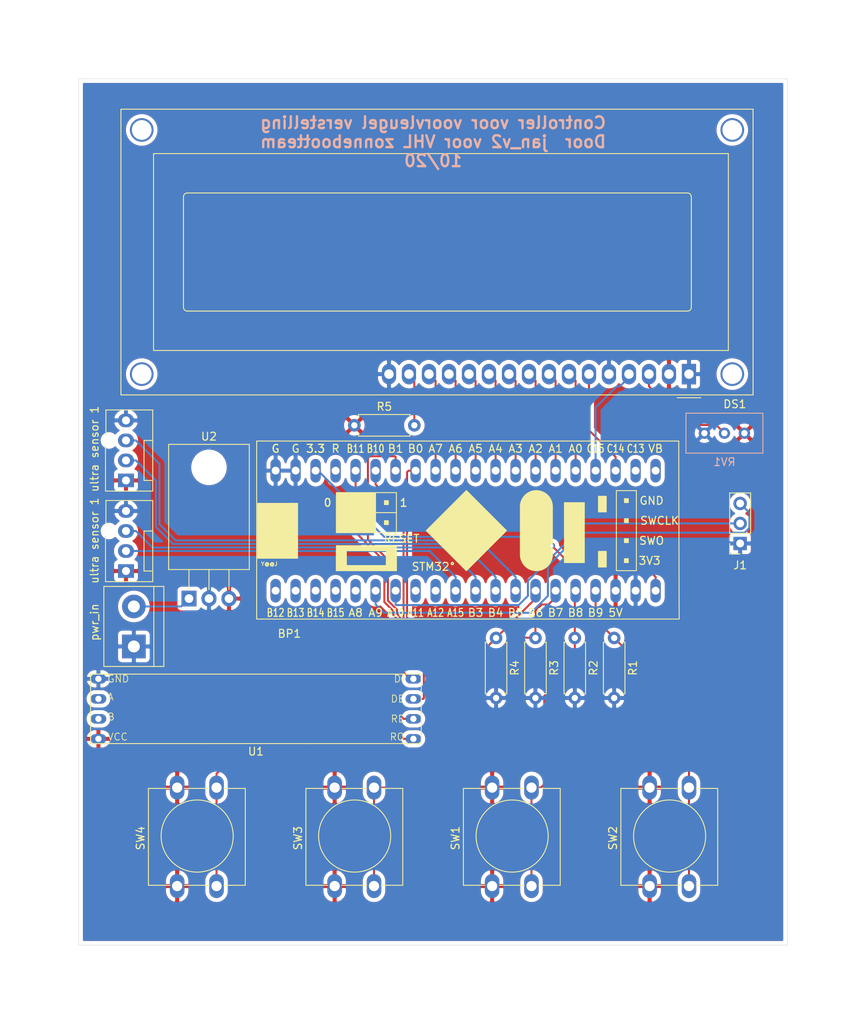
<source format=kicad_pcb>
(kicad_pcb (version 20171130) (host pcbnew 5.1.5+dfsg1-2build2)
  (layers (0 F.Cu signal) (31 B.Cu signal) (34 B.Paste user) (35 F.Paste user) (36 B.SilkS user) (37 F.SilkS user) (38 B.Mask user) (39 F.Mask user) (44 Edge.Cuts user))
  (net 0 "")
  (net 1 GND)
  (net 2 "Net-(BP1-Pad1)")
  (net 3 "Net-(BP1-Pad2)")
  (net 4 +3V3)
  (net 5 "Net-(BP1-Pad3)")
  (net 6 "Net-(BP1-Pad37)")
  (net 7 "Net-(BP1-Pad4)")
  (net 8 "Net-(BP1-Pad36)")
  (net 9 "Net-(BP1-Pad5)")
  (net 10 "Net-(BP1-Pad35)")
  (net 11 prog_TX)
  (net 12 "Net-(BP1-Pad34)")
  (net 13 prog_RX)
  (net 14 "Net-(BP1-Pad33)")
  (net 15 "Net-(BP1-Pad8)")
  (net 16 "Net-(BP1-Pad32)")
  (net 17 "Net-(BP1-Pad9)")
  (net 18 "Net-(BP1-Pad31)")
  (net 19 "Net-(BP1-Pad30)")
  (net 20 "Net-(BP1-Pad29)")
  (net 21 "Net-(BP1-Pad28)")
  (net 22 "Net-(BP1-Pad27)")
  (net 23 "Net-(BP1-Pad26)")
  (net 24 "Net-(BP1-Pad25)")
  (net 25 "Net-(BP1-Pad24)")
  (net 26 "Net-(BP1-Pad23)")
  (net 27 +5V)
  (net 28 "Net-(BP1-Pad22)")
  (net 29 "Net-(BP1-Pad21)")
  (net 30 "Net-(DS1-Pad15)")
  (net 31 "Net-(DS1-Pad3)")
  (net 32 btn_1)
  (net 33 btn_2)
  (net 34 btn_3)
  (net 35 btn_4)
  (net 36 "Net-(U1-Pad6)")
  (net 37 "Net-(U1-Pad7)")
  (net 38 +12V)
  (net 39 echo_2)
  (net 40 trig_2)
  (net 41 echo_1)
  (net 42 trig_1)
  (module smt32:YAAJ_BluePill (layer F.Cu) (at 25 65)
    (fp_text reference BP1 (at 1.75006 5.45338) (layer F.SilkS))
    (fp_text value BluePill_1 hide)
    (fp_poly (pts (xy 42 -5) (xy 41 -5) (xy 41 -3) (xy 42 -3)) (layer F.SilkS) (width 0.1))
    (fp_poly (pts (xy 41 -12) (xy 41 -10) (xy 42 -10) (xy 42 -12)) (layer F.SilkS) (width 0.1))
    (fp_poly (pts (xy 7.8 -12.4) (xy 12.7 -12.4) (xy 12.7 -7.4) (xy 7.8 -7.4)) (layer F.SilkS) (width 0.1))
    (fp_text user Y@@J (at -0.8 -3.4 180) (layer F.SilkS) (effects (font (size 0.5 0.5) (thickness 0.1))))
    (fp_text user 3V3 (at 47.498 -3.81 180) (layer F.SilkS))
    (fp_text user SWO (at 47.752 -6.35 180) (layer F.SilkS))
    (fp_text user SWCLK (at 48.768 -8.89 180) (layer F.SilkS))
    (fp_text user GND (at 47.752 -11.43 180) (layer F.SilkS))
    (fp_text user STM32° (at 20.066 -3.048 180) (layer F.SilkS))
    (fp_text user RESET (at 16.002 -6.604 180) (layer F.SilkS))
    (fp_text user 1 (at 16.256 -11.176 180) (layer F.SilkS))
    (fp_text user 1 (at 16.256 -11.176) (layer F.SilkS))
    (fp_text user 0 (at 6.604 -11.176 180) (layer F.SilkS))
    (fp_text user 0 (at 6.604 -11.176) (layer F.SilkS))
    (fp_text user G (at 0 -18.034 180) (layer F.SilkS))
    (fp_text user 3.3 (at 5.08 -18.034 180) (layer F.SilkS))
    (fp_text user 5V (at 43.18 2.794 180) (layer F.SilkS))
    (fp_text user B9 (at 40.64 2.794 180) (layer F.SilkS))
    (fp_text user B8 (at 38.1 2.794 180) (layer F.SilkS))
    (fp_text user B7 (at 35.56 2.794 180) (layer F.SilkS))
    (fp_text user B6 (at 33.02 2.794 180) (layer F.SilkS))
    (fp_text user B5 (at 30.48 2.794 180) (layer F.SilkS))
    (fp_text user B4 (at 27.94 2.794 180) (layer F.SilkS))
    (fp_text user B3 (at 25.4 2.794 180) (layer F.SilkS))
    (fp_text user A15 (at 22.86 2.794 180) (layer F.SilkS) (effects (font (size 1 0.762))))
    (fp_text user A12 (at 20.32 2.794 180) (layer F.SilkS) (effects (font (size 1 0.762))))
    (fp_text user A11 (at 17.78 2.794 180) (layer F.SilkS) (effects (font (size 1 0.762))))
    (fp_text user A10 (at 15.24 2.794 180) (layer F.SilkS) (effects (font (size 1 0.762))))
    (fp_text user A9 (at 12.7 2.794 180) (layer F.SilkS))
    (fp_text user A8 (at 10.16 2.794 180) (layer F.SilkS))
    (fp_text user B15 (at 7.62 2.794 180) (layer F.SilkS) (effects (font (size 1 0.762))))
    (fp_text user B14 (at 5.08 2.794 180) (layer F.SilkS) (effects (font (size 1 0.762))))
    (fp_text user B13 (at 2.54 2.794 180) (layer F.SilkS) (effects (font (size 1 0.762))))
    (fp_text user B12 (at 0 2.794 180) (layer F.SilkS) (effects (font (size 1 0.762))))
    (fp_text user VB (at 48.26 -18.034 180) (layer F.SilkS))
    (fp_text user C13 (at 45.72 -18.034 180) (layer F.SilkS) (effects (font (size 1 0.762))))
    (fp_text user C14 (at 43.18 -18.034 180) (layer F.SilkS) (effects (font (size 1 0.762))))
    (fp_text user C15 (at 40.64 -18.034 180) (layer F.SilkS) (effects (font (size 1 0.762))))
    (fp_text user A0 (at 38.1 -18.034 180) (layer F.SilkS))
    (fp_text user A1 (at 35.56 -18.034 180) (layer F.SilkS))
    (fp_text user A2 (at 33.02 -18.034 180) (layer F.SilkS))
    (fp_text user A3 (at 30.48 -18.034 180) (layer F.SilkS))
    (fp_text user A4 (at 27.94 -18.034 180) (layer F.SilkS))
    (fp_text user A5 (at 25.4 -18.034 180) (layer F.SilkS))
    (fp_text user A6 (at 22.86 -18.034 180) (layer F.SilkS))
    (fp_text user A7 (at 20.32 -18.034 180) (layer F.SilkS))
    (fp_text user B0 (at 17.78 -18.034 180) (layer F.SilkS))
    (fp_text user B1 (at 15.24 -18.034 180) (layer F.SilkS))
    (fp_text user B10 (at 12.7 -18.034 180) (layer F.SilkS) (effects (font (size 1 0.762))))
    (fp_text user B11 (at 10.16 -18.034 180) (layer F.SilkS) (effects (font (size 1 0.762))))
    (fp_text user R (at 7.62 -18.034 180) (layer F.SilkS))
    (fp_text user 3.3 (at 5.08 -18.034) (layer F.SilkS))
    (fp_text user G (at 2.54 -18.034) (layer F.SilkS))
    (fp_text user G (at 0 -18.034) (layer F.SilkS))
    (fp_poly (pts (xy 31.19628 -4.20878) (xy 31.34995 -3.74523) (xy 31.60649 -3.36169) (xy 31.74238 -3.18516) (xy 32.05734 -2.92608) (xy 32.29102 -2.79908) (xy 32.52216 -2.72288) (xy 32.82696 -2.65176) (xy 33.11398 -2.59842) (xy 33.5407 -2.6416) (xy 33.890585 -2.743835) (xy 34.19602 -2.93624) (xy 34.41192 -3.08864) (xy 34.63798 -3.33756) (xy 34.87674 -3.62712) (xy 34.97326 -3.85572) (xy 35.01898 -4.04876) (xy 35.08756 -4.51358) (xy 35.09264 -10.83818) (xy 34.96564 -11.39444) (xy 34.59226 -11.97864) (xy 34.24174 -12.29106) (xy 33.72612 -12.52855) (xy 33.38068 -12.59205) (xy 33.07588 -12.6238) (xy 32.74314 -12.59332) (xy 32.34182 -12.4841) (xy 32.1437 -12.40282) (xy 31.92018 -12.25042) (xy 31.70428 -12.02944) (xy 31.49854 -11.78052) (xy 31.2547 -11.31824) (xy 31.16326 -10.84326) (xy 31.16834 -4.5212)) (layer F.SilkS) (width 0.1))
    (fp_poly (pts (xy 36.67506 -3.56362) (xy 36.67506 -11.18362) (xy 39.21506 -11.18362) (xy 39.21506 -3.56362)) (layer F.SilkS) (width 0.1))
    (fp_line (start 35.15106 -4.57962) (end 35.15106 -10.67562) (layer F.SilkS) (width 0.12))
    (fp_line (start 31.08706 -4.57962) (end 31.08706 -10.67562) (layer F.SilkS) (width 0.12))
    (fp_arc (start 33.11906 -4.57962) (end 31.08706 -4.57962) (angle -180) (layer F.SilkS) (width 0.12))
    (fp_arc (start 33.11906 -10.67562) (end 35.15106 -10.67562) (angle -180) (layer F.SilkS) (width 0.12))
    (fp_poly (pts (xy 44.29506 -11.18362) (xy 44.80306 -11.18362) (xy 44.80306 -11.69162) (xy 44.29506 -11.69162)) (layer F.SilkS) (width 0.1))
    (fp_poly (pts (xy 44.29506 -8.64362) (xy 44.80306 -8.64362) (xy 44.80306 -9.15162) (xy 44.29506 -9.15162)) (layer F.SilkS) (width 0.1))
    (fp_poly (pts (xy 44.29506 -6.10362) (xy 44.80306 -6.10362) (xy 44.80306 -6.61162) (xy 44.29506 -6.61162)) (layer F.SilkS) (width 0.1))
    (fp_poly (pts (xy 44.29506 -3.56362) (xy 44.80306 -3.56362) (xy 44.80306 -4.07162) (xy 44.29506 -4.07162)) (layer F.SilkS) (width 0.1))
    (fp_line (start 43.27906 -12.70762) (end 43.27906 -2.54762) (layer F.SilkS) (width 0.12))
    (fp_line (start 45.81906 -12.70762) (end 43.27906 -12.70762) (layer F.SilkS) (width 0.12))
    (fp_line (start 45.81906 -2.54762) (end 45.81906 -12.70762) (layer F.SilkS) (width 0.12))
    (fp_line (start 43.27906 -2.54762) (end 45.81906 -2.54762) (layer F.SilkS) (width 0.12))
    (fp_poly (pts (xy 13.81506 -10.92962) (xy 13.81506 -11.43762) (xy 14.32306 -11.43762) (xy 14.32306 -10.92962)) (layer F.SilkS) (width 0.1))
    (fp_poly (pts (xy 13.81506 -8.38962) (xy 14.32306 -8.38962) (xy 14.32306 -8.89762) (xy 13.81506 -8.89762)) (layer F.SilkS) (width 0.1))
    (fp_poly (pts (xy 11.27506 -10.92962) (xy 11.27506 -11.43762) (xy 11.78306 -11.43762) (xy 11.78306 -10.92962)) (layer F.SilkS) (width 0.1))
    (fp_poly (pts (xy 11.27506 -8.38962) (xy 11.27506 -8.89762) (xy 11.78306 -8.89762) (xy 11.78306 -8.38962)) (layer F.SilkS) (width 0.1))
    (fp_poly (pts (xy 8.73506 -10.92962) (xy 9.24306 -10.92962) (xy 9.24306 -11.43762) (xy 8.73506 -11.43762)) (layer F.SilkS) (width 0.1))
    (fp_poly (pts (xy 8.73506 -8.38962) (xy 8.73506 -8.89762) (xy 9.24306 -8.89762) (xy 9.24306 -8.38962)) (layer F.SilkS) (width 0.1))
    (fp_poly (pts (xy 8.98906 -5.08762) (xy 8.98906 -5.72262) (xy 14.06906 -5.72262) (xy 14.06906 -5.08762)) (layer F.SilkS) (width 0.1))
    (fp_poly (pts (xy 8.98906 -2.54762) (xy 8.98906 -3.18262) (xy 14.06906 -3.18262) (xy 14.06906 -2.54762)) (layer F.SilkS) (width 0.1))
    (fp_poly (pts (xy 14.06906 -2.54762) (xy 14.06906 -5.72262) (xy 15.33906 -5.72262) (xy 15.33906 -2.54762)) (layer F.SilkS) (width 0.1))
    (fp_poly (pts (xy 7.71906 -2.54762) (xy 7.71906 -5.72262) (xy 8.98906 -5.72262) (xy 8.98906 -2.54762)) (layer F.SilkS) (width 0.1))
    (fp_poly (pts (xy 19.14906 -7.62762) (xy 24.22906 -2.54762) (xy 29.30906 -7.62762) (xy 24.22906 -12.70762)) (layer F.SilkS) (width 0.1))
    (fp_poly (pts (xy -2.28 -4.115) (xy 2.8 -4.115) (xy 2.8 -11.1) (xy -2.28 -11.1)) (layer F.SilkS) (width 0.1))
    (fp_line (start 7.71906 -9.91362) (end 15.33906 -9.91362) (layer F.SilkS) (width 0.12))
    (fp_line (start 7.71906 -12.45362) (end 7.71906 -7.37362) (layer F.SilkS) (width 0.12))
    (fp_line (start 15.33906 -12.45362) (end 7.71906 -12.45362) (layer F.SilkS) (width 0.12))
    (fp_line (start 15.33906 -7.37362) (end 15.33906 -12.45362) (layer F.SilkS) (width 0.12))
    (fp_line (start 7.71906 -7.37362) (end 15.33906 -7.37362) (layer F.SilkS) (width 0.12))
    (fp_line (start 14.06906 -3.18262) (end 8.98906 -3.18262) (layer F.SilkS) (width 0.12))
    (fp_line (start 14.06906 -4.45262) (end 14.06906 -3.18262) (layer F.SilkS) (width 0.12))
    (fp_line (start 8.98906 -3.18262) (end 8.98906 -4.45262) (layer F.SilkS) (width 0.12))
    (fp_line (start 15.33906 -2.54762) (end 7.71906 -2.54762) (layer F.SilkS) (width 0.12))
    (fp_line (start 15.33906 -5.08762) (end 15.33906 -2.54762) (layer F.SilkS) (width 0.12))
    (fp_line (start 7.71906 -5.08762) (end 15.33906 -5.08762) (layer F.SilkS) (width 0.12))
    (fp_line (start 7.71906 -2.54762) (end 7.71906 -5.08762) (layer F.SilkS) (width 0.12))
    (fp_line (start 29.30906 -7.62762) (end 24.22906 -2.54762) (layer F.SilkS) (width 0.12))
    (fp_line (start 24.22906 -12.70762) (end 29.30906 -7.62762) (layer F.SilkS) (width 0.12))
    (fp_line (start 19.14906 -7.62762) (end 24.22906 -12.70762) (layer F.SilkS) (width 0.12))
    (fp_line (start 24.22906 -2.54762) (end 19.14906 -7.62762) (layer F.SilkS) (width 0.12))
    (fp_line (start 2.00406 -4.13512) (end 2.00406 -11.12012) (layer F.SilkS) (width 0.12))
    (fp_line (start 51.25 3.6) (end -2.4 3.6) (layer F.SilkS) (width 0.12))
    (fp_line (start 51.2 -19) (end 51.25 3.6) (layer F.SilkS) (width 0.12))
    (fp_line (start -2.4 -19) (end 51.2 -19) (layer F.SilkS) (width 0.12))
    (fp_line (start -2.4 3.6) (end -2.4 -19) (layer F.SilkS) (width 0.12))
    (pad 40 thru_hole oval (at 0 -15.24762) (size 1.3 3) (drill 1) (layers *.Cu *.Mask) (net 1 GND))
    (pad 1 thru_hole oval (at 0 0) (size 1.3 3) (drill 1) (layers *.Cu *.Mask) (net 2 "Net-(BP1-Pad1)"))
    (pad 39 thru_hole oval (at 2.54 -15.24762) (size 1.3 3) (drill 1) (layers *.Cu *.Mask) (net 1 GND))
    (pad 2 thru_hole oval (at 2.54 0) (size 1.3 3) (drill 1) (layers *.Cu *.Mask) (net 3 "Net-(BP1-Pad2)"))
    (pad 38 thru_hole oval (at 5.08 -15.24) (size 1.3 3) (drill 1) (layers *.Cu *.Mask) (net 4 +3V3))
    (pad 3 thru_hole oval (at 5.08 -0.00762) (size 1.3 3) (drill 1) (layers *.Cu *.Mask) (net 5 "Net-(BP1-Pad3)"))
    (pad 37 thru_hole oval (at 7.62 -15.24) (size 1.3 3) (drill 1) (layers *.Cu *.Mask) (net 6 "Net-(BP1-Pad37)"))
    (pad 4 thru_hole oval (at 7.62 0) (size 1.3 3) (drill 1) (layers *.Cu *.Mask) (net 7 "Net-(BP1-Pad4)"))
    (pad 36 thru_hole oval (at 10.16 -15.24) (size 1.3 3) (drill 1) (layers *.Cu *.Mask) (net 8 "Net-(BP1-Pad36)"))
    (pad 5 thru_hole oval (at 10.16 0) (size 1.3 3) (drill 1) (layers *.Cu *.Mask) (net 9 "Net-(BP1-Pad5)"))
    (pad 35 thru_hole oval (at 12.7 -15.24) (size 1.3 3) (drill 1) (layers *.Cu *.Mask) (net 10 "Net-(BP1-Pad35)"))
    (pad 6 thru_hole oval (at 12.7 0) (size 1.3 3) (drill 1) (layers *.Cu *.Mask) (net 11 prog_TX))
    (pad 34 thru_hole oval (at 15.24 -15.24) (size 1.3 3) (drill 1) (layers *.Cu *.Mask) (net 12 "Net-(BP1-Pad34)"))
    (pad 7 thru_hole oval (at 15.24 0) (size 1.3 3) (drill 1) (layers *.Cu *.Mask) (net 13 prog_RX))
    (pad 33 thru_hole oval (at 17.78 -15.24) (size 1.3 3) (drill 1) (layers *.Cu *.Mask) (net 14 "Net-(BP1-Pad33)"))
    (pad 8 thru_hole oval (at 17.78 0) (size 1.3 3) (drill 1) (layers *.Cu *.Mask) (net 15 "Net-(BP1-Pad8)"))
    (pad 32 thru_hole oval (at 20.32 -15.24762) (size 1.3 3) (drill 1) (layers *.Cu *.Mask) (net 16 "Net-(BP1-Pad32)"))
    (pad 9 thru_hole oval (at 20.32 0) (size 1.3 3) (drill 1) (layers *.Cu *.Mask) (net 17 "Net-(BP1-Pad9)"))
    (pad 31 thru_hole oval (at 22.86 -15.24) (size 1.3 3) (drill 1) (layers *.Cu *.Mask) (net 18 "Net-(BP1-Pad31)"))
    (pad 10 thru_hole oval (at 22.86 0) (size 1.3 3) (drill 1) (layers *.Cu *.Mask) (net 40 trig_2))
    (pad 30 thru_hole oval (at 25.4 -15.24) (size 1.3 3) (drill 1) (layers *.Cu *.Mask) (net 19 "Net-(BP1-Pad30)"))
    (pad 11 thru_hole oval (at 25.4 0) (size 1.3 3) (drill 1) (layers *.Cu *.Mask) (net 39 echo_2))
    (pad 29 thru_hole oval (at 27.94 -15.24) (size 1.3 3) (drill 1) (layers *.Cu *.Mask) (net 20 "Net-(BP1-Pad29)"))
    (pad 12 thru_hole oval (at 27.94 0) (size 1.3 3) (drill 1) (layers *.Cu *.Mask) (net 42 trig_1))
    (pad 28 thru_hole oval (at 30.48 -15.24) (size 1.3 3) (drill 1) (layers *.Cu *.Mask) (net 21 "Net-(BP1-Pad28)"))
    (pad 13 thru_hole oval (at 30.48 -0.00762) (size 1.3 3) (drill 1) (layers *.Cu *.Mask) (net 41 echo_1))
    (pad 27 thru_hole oval (at 33.02 -15.24) (size 1.3 3) (drill 1) (layers *.Cu *.Mask) (net 22 "Net-(BP1-Pad27)"))
    (pad 14 thru_hole oval (at 33.02 0) (size 1.3 3) (drill 1) (layers *.Cu *.Mask) (net 35 btn_4))
    (pad 26 thru_hole oval (at 35.56 -15.24) (size 1.3 3) (drill 1) (layers *.Cu *.Mask) (net 23 "Net-(BP1-Pad26)"))
    (pad 15 thru_hole oval (at 35.56 0) (size 1.3 3) (drill 1) (layers *.Cu *.Mask) (net 34 btn_3))
    (pad 25 thru_hole oval (at 38.1 -15.24) (size 1.3 3) (drill 1) (layers *.Cu *.Mask) (net 24 "Net-(BP1-Pad25)"))
    (pad 16 thru_hole oval (at 38.1 0) (size 1.3 3) (drill 1) (layers *.Cu *.Mask) (net 33 btn_2))
    (pad 24 thru_hole oval (at 40.64 -15.24) (size 1.3 3) (drill 1) (layers *.Cu *.Mask) (net 25 "Net-(BP1-Pad24)"))
    (pad 17 thru_hole oval (at 40.64 0) (size 1.3 3) (drill 1) (layers *.Cu *.Mask) (net 32 btn_1))
    (pad 23 thru_hole oval (at 43.18 -15.24762) (size 1.3 3) (drill 1) (layers *.Cu *.Mask) (net 26 "Net-(BP1-Pad23)"))
    (pad 18 thru_hole oval (at 43.18 0) (size 1.3 3) (drill 1) (layers *.Cu *.Mask) (net 27 +5V))
    (pad 22 thru_hole oval (at 45.72 -15.24) (size 1.3 3) (drill 1) (layers *.Cu *.Mask) (net 28 "Net-(BP1-Pad22)"))
    (pad 19 thru_hole oval (at 45.72 0) (size 1.3 3) (drill 1) (layers *.Cu *.Mask) (net 1 GND))
    (pad 21 thru_hole oval (at 48.26 -15.24) (size 1.3 3) (drill 1) (layers *.Cu *.Mask) (net 29 "Net-(BP1-Pad21)"))
    (pad 20 thru_hole oval (at 48.26 0) (size 1.3 3) (drill 1) (layers *.Cu *.Mask) (net 4 +3V3))
  )
  (module Connector:FanPinHeader_1x04_P2.54mm_Vertical (layer F.Cu) (at 6 62.5 90)
    (fp_text reference J4 hide)
    (fp_text value "ultra sensor 1" (at 3.85 -4 90) (layer F.SilkS))
    (fp_line (start 5.08 2.29) (end 5.08 3.3) (layer F.SilkS) (width 0.12))
    (fp_line (start 0 2.29) (end 5.08 2.29) (layer F.SilkS) (width 0.12))
    (fp_line (start 0 3.3) (end 0 2.29) (layer F.SilkS) (width 0.12))
    (fp_line (start -1.35 3.4) (end -1.35 -2.6) (layer F.SilkS) (width 0.12))
    (fp_line (start 8.95 3.4) (end -1.35 3.4) (layer F.SilkS) (width 0.12))
    (fp_line (start 8.95 -2.55) (end 8.95 3.4) (layer F.SilkS) (width 0.12))
    (fp_line (start 5.75 -2.55) (end 8.95 -2.55) (layer F.SilkS) (width 0.12))
    (fp_line (start -1.35 -2.6) (end 4.4 -2.6) (layer F.SilkS) (width 0.12))
    (pad "" np_thru_hole circle (at 5.08 -2.16 180) (size 1.1 1.1) (drill 1.1) (layers *.Cu *.Mask))
    (pad 4 thru_hole oval (at 7.62 0 180) (size 2.03 1.73) (drill 1.02) (layers *.Cu *.Mask) (net 1 GND))
    (pad 3 thru_hole oval (at 5.08 0 180) (size 2.03 1.73) (drill 1.02) (layers *.Cu *.Mask) (net 39 echo_2))
    (pad 2 thru_hole oval (at 2.54 0 180) (size 2.03 1.73) (drill 1.02) (layers *.Cu *.Mask) (net 40 trig_2))
    (pad 1 thru_hole rect (at 0 0 180) (size 2.03 1.73) (drill 1.02) (layers *.Cu *.Mask) (net 27 +5V))
  )
  (module Connector:FanPinHeader_1x04_P2.54mm_Vertical (layer F.Cu) (at 6 51 90)
    (fp_text reference J3 hide)
    (fp_text value "ultra sensor 1" (at 4 -4 90) (layer F.SilkS))
    (fp_line (start 5.08 2.29) (end 5.08 3.3) (layer F.SilkS) (width 0.12))
    (fp_line (start 0 2.29) (end 5.08 2.29) (layer F.SilkS) (width 0.12))
    (fp_line (start 0 3.3) (end 0 2.29) (layer F.SilkS) (width 0.12))
    (fp_line (start -1.35 3.4) (end -1.35 -2.6) (layer F.SilkS) (width 0.12))
    (fp_line (start 8.95 3.4) (end -1.35 3.4) (layer F.SilkS) (width 0.12))
    (fp_line (start 8.95 -2.55) (end 8.95 3.4) (layer F.SilkS) (width 0.12))
    (fp_line (start 5.75 -2.55) (end 8.95 -2.55) (layer F.SilkS) (width 0.12))
    (fp_line (start -1.35 -2.6) (end 4.4 -2.6) (layer F.SilkS) (width 0.12))
    (pad "" np_thru_hole circle (at 5.08 -2.16 180) (size 1.1 1.1) (drill 1.1) (layers *.Cu *.Mask))
    (pad 4 thru_hole oval (at 7.62 0 180) (size 2.03 1.73) (drill 1.02) (layers *.Cu *.Mask) (net 1 GND))
    (pad 3 thru_hole oval (at 5.08 0 180) (size 2.03 1.73) (drill 1.02) (layers *.Cu *.Mask) (net 41 echo_1))
    (pad 2 thru_hole oval (at 2.54 0 180) (size 2.03 1.73) (drill 1.02) (layers *.Cu *.Mask) (net 42 trig_1))
    (pad 1 thru_hole rect (at 0 0 180) (size 2.03 1.73) (drill 1.02) (layers *.Cu *.Mask) (net 27 +5V))
  )
  (module TerminalBlock:TerminalBlock_bornier-2_P5.08mm (layer F.Cu) (at 7 72.08 90)
    (fp_text reference J2 hide)
    (fp_text value pwr_in (at 3.08 -5 90) (layer F.SilkS))
    (fp_line (start -2.54 3.81) (end 7.62 3.81) (layer F.SilkS) (width 0.12))
    (fp_line (start -2.54 -3.81) (end -2.54 3.81) (layer F.SilkS) (width 0.12))
    (fp_line (start 7.62 -3.81) (end -2.54 -3.81) (layer F.SilkS) (width 0.12))
    (fp_line (start 7.62 3.81) (end 7.62 -3.81) (layer F.SilkS) (width 0.12))
    (fp_line (start 7.62 2.54) (end -2.54 2.54) (layer F.SilkS) (width 0.12))
    (pad 2 thru_hole circle (at 5.08 0 90) (size 3 3) (drill 1.52) (layers *.Cu *.Mask) (net 38 +12V))
    (pad 1 thru_hole rect (at 0 0 90) (size 3 3) (drill 1.52) (layers *.Cu *.Mask) (net 1 GND))
  )
  (module Package_TO_SOT_THT:TO-220-3_Horizontal_TabDown (layer F.Cu) (at 14 66)
    (fp_text reference U2 (at 2.54 -20.58) (layer F.SilkS))
    (fp_text value L7805)
    (fp_line (start 5.08 -3.69) (end 5.08 -1.15) (layer F.SilkS) (width 0.12))
    (fp_line (start 2.54 -3.69) (end 2.54 -1.15) (layer F.SilkS) (width 0.12))
    (fp_line (start 0 -3.69) (end 0 -1.15) (layer F.SilkS) (width 0.12))
    (fp_line (start 7.66 -19.58) (end 7.66 -3.69) (layer F.SilkS) (width 0.12))
    (fp_line (start -2.58 -19.58) (end -2.58 -3.69) (layer F.SilkS) (width 0.12))
    (fp_line (start -2.58 -19.58) (end 7.66 -19.58) (layer F.SilkS) (width 0.12))
    (fp_line (start -2.58 -3.69) (end 7.66 -3.69) (layer F.SilkS) (width 0.12))
    (pad 3 thru_hole oval (at 5.08 0) (size 1.905 2) (drill 1.1) (layers *.Cu *.Mask) (net 27 +5V))
    (pad 2 thru_hole oval (at 2.54 0) (size 1.905 2) (drill 1.1) (layers *.Cu *.Mask) (net 1 GND))
    (pad 1 thru_hole rect (at 0 0) (size 1.905 2) (drill 1.1) (layers *.Cu *.Mask) (net 38 +12V))
    (pad "" np_thru_hole oval (at 2.54 -16.66) (size 3.5 3.5) (drill 3.5) (layers *.Cu *.Mask))
  )
  (module stroom_shield:RS485_module (layer F.Cu) (at 22.5 80 90)
    (fp_text reference U1 (at -5.41 0) (layer F.SilkS))
    (fp_text value RS485_module)
    (fp_text user GND (at 3.81 -18.915 180) (layer F.SilkS) (effects (font (size 0.9 0.9) (thickness 0.1)) (justify left)))
    (fp_text user B (at -1.016 -18.915 180) (layer F.SilkS) (effects (font (size 0.9 0.9) (thickness 0.1)) (justify left)))
    (fp_text user VCC (at -3.556 -18.915 180) (layer F.SilkS) (effects (font (size 0.9 0.9) (thickness 0.1)) (justify left)))
    (fp_text user A (at 1.524 -18.915 180) (layer F.SilkS) (effects (font (size 0.9 0.9) (thickness 0.1)) (justify left)))
    (fp_text user DI (at 3.81 18.915) (layer F.SilkS) (effects (font (size 0.9 0.9) (thickness 0.1)) (justify right)))
    (fp_text user DE (at 1.27 18.915) (layer F.SilkS) (effects (font (size 0.9 0.9) (thickness 0.1)) (justify right)))
    (fp_text user RE (at -1.27 18.915) (layer F.SilkS) (effects (font (size 0.9 0.9) (thickness 0.1)) (justify right)))
    (fp_text user RO (at -3.556 18.915) (layer F.SilkS) (effects (font (size 0.9 0.9) (thickness 0.1)) (justify right)))
    (fp_line (start -4.41 7) (end -4.41 21) (layer F.SilkS) (width 0.12))
    (fp_line (start -4.41 -7) (end -4.410001 7) (layer F.SilkS) (width 0.12))
    (fp_line (start -4.409999 -21) (end -4.41 -7) (layer F.SilkS) (width 0.12))
    (fp_line (start 4.41 -21) (end -4.409999 -21) (layer F.SilkS) (width 0.12))
    (fp_line (start 4.409999 21) (end 4.41 -21) (layer F.SilkS) (width 0.12))
    (fp_line (start -4.41 21) (end 4.409999 21) (layer F.SilkS) (width 0.12))
    (pad 4 thru_hole oval (at 3.81 20 90) (size 1.2 2) (drill 0.8) (layers *.Cu *.Mask) (net 10 "Net-(BP1-Pad35)"))
    (pad 5 thru_hole oval (at 3.81 -20 90) (size 1.2 2) (drill 0.8) (layers *.Cu *.Mask) (net 1 GND))
    (pad 3 thru_hole oval (at 1.27 20 90) (size 1.2 2) (drill 0.8) (layers *.Cu *.Mask) (net 14 "Net-(BP1-Pad33)"))
    (pad 6 thru_hole oval (at 1.27 -20 90) (size 1.2 2) (drill 0.8) (layers *.Cu *.Mask) (net 36 "Net-(U1-Pad6)"))
    (pad 2 thru_hole oval (at -1.27 20 90) (size 1.2 2) (drill 0.8) (layers *.Cu *.Mask) (net 12 "Net-(BP1-Pad34)"))
    (pad 7 thru_hole oval (at -1.27 -20 90) (size 1.2 2) (drill 0.8) (layers *.Cu *.Mask) (net 37 "Net-(U1-Pad7)"))
    (pad 1 thru_hole oval (at -3.81 20 90) (size 1.2 2) (drill 0.8) (layers *.Cu *.Mask) (net 8 "Net-(BP1-Pad36)"))
    (pad 8 thru_hole oval (at -3.81 -20 90) (size 1.2 2) (drill 0.8) (layers *.Cu *.Mask) (net 27 +5V))
  )
  (module Button_Switch_THT:SW_PUSH-12mm (layer F.Cu) (at 12.5 102.5 90)
    (fp_text reference SW4 (at 6.08 -4.66 90) (layer F.SilkS))
    (fp_text value SW_Push)
    (fp_line (start 12.4 -3.65) (end 12.4 -0.93) (layer F.SilkS) (width 0.12))
    (fp_line (start 12.4 5.93) (end 12.4 8.65) (layer F.SilkS) (width 0.12))
    (fp_line (start 0.1 4.07) (end 0.1 0.93) (layer F.SilkS) (width 0.12))
    (fp_line (start 0.1 8.65) (end 0.1 5.93) (layer F.SilkS) (width 0.12))
    (fp_circle (center 6.35 2.54) (end 10.16 5.08) (layer F.SilkS) (width 0.12))
    (fp_line (start 0.1 -0.93) (end 0.1 -3.65) (layer F.SilkS) (width 0.12))
    (fp_line (start 12.4 8.65) (end 0.1 8.65) (layer F.SilkS) (width 0.12))
    (fp_line (start 12.4 0.93) (end 12.4 4.07) (layer F.SilkS) (width 0.12))
    (fp_line (start 0.1 -3.65) (end 12.4 -3.65) (layer F.SilkS) (width 0.12))
    (pad 2 thru_hole oval (at 0 5 90) (size 3.048 1.85) (drill 1.3) (layers *.Cu *.Mask) (net 35 btn_4))
    (pad 1 thru_hole oval (at 0 0 90) (size 3.048 1.85) (drill 1.3) (layers *.Cu *.Mask) (net 27 +5V))
    (pad 2 thru_hole oval (at 12.5 5 90) (size 3.048 1.85) (drill 1.3) (layers *.Cu *.Mask) (net 35 btn_4))
    (pad 1 thru_hole oval (at 12.5 0 90) (size 3.048 1.85) (drill 1.3) (layers *.Cu *.Mask) (net 27 +5V))
  )
  (module Button_Switch_THT:SW_PUSH-12mm (layer F.Cu) (at 32.5 102.5 90)
    (fp_text reference SW3 (at 6.08 -4.66 90) (layer F.SilkS))
    (fp_text value SW_Push)
    (fp_line (start 12.4 -3.65) (end 12.4 -0.93) (layer F.SilkS) (width 0.12))
    (fp_line (start 12.4 5.93) (end 12.4 8.65) (layer F.SilkS) (width 0.12))
    (fp_line (start 0.1 4.07) (end 0.1 0.93) (layer F.SilkS) (width 0.12))
    (fp_line (start 0.1 8.65) (end 0.1 5.93) (layer F.SilkS) (width 0.12))
    (fp_circle (center 6.35 2.54) (end 10.16 5.08) (layer F.SilkS) (width 0.12))
    (fp_line (start 0.1 -0.93) (end 0.1 -3.65) (layer F.SilkS) (width 0.12))
    (fp_line (start 12.4 8.65) (end 0.1 8.65) (layer F.SilkS) (width 0.12))
    (fp_line (start 12.4 0.93) (end 12.4 4.07) (layer F.SilkS) (width 0.12))
    (fp_line (start 0.1 -3.65) (end 12.4 -3.65) (layer F.SilkS) (width 0.12))
    (pad 2 thru_hole oval (at 0 5 90) (size 3.048 1.85) (drill 1.3) (layers *.Cu *.Mask) (net 34 btn_3))
    (pad 1 thru_hole oval (at 0 0 90) (size 3.048 1.85) (drill 1.3) (layers *.Cu *.Mask) (net 27 +5V))
    (pad 2 thru_hole oval (at 12.5 5 90) (size 3.048 1.85) (drill 1.3) (layers *.Cu *.Mask) (net 34 btn_3))
    (pad 1 thru_hole oval (at 12.5 0 90) (size 3.048 1.85) (drill 1.3) (layers *.Cu *.Mask) (net 27 +5V))
  )
  (module Button_Switch_THT:SW_PUSH-12mm (layer F.Cu) (at 72.5 102.5 90)
    (fp_text reference SW2 (at 6.08 -4.66 90) (layer F.SilkS))
    (fp_text value SW_Push)
    (fp_line (start 12.4 -3.65) (end 12.4 -0.93) (layer F.SilkS) (width 0.12))
    (fp_line (start 12.4 5.93) (end 12.4 8.65) (layer F.SilkS) (width 0.12))
    (fp_line (start 0.1 4.07) (end 0.1 0.93) (layer F.SilkS) (width 0.12))
    (fp_line (start 0.1 8.65) (end 0.1 5.93) (layer F.SilkS) (width 0.12))
    (fp_circle (center 6.35 2.54) (end 10.16 5.08) (layer F.SilkS) (width 0.12))
    (fp_line (start 0.1 -0.93) (end 0.1 -3.65) (layer F.SilkS) (width 0.12))
    (fp_line (start 12.4 8.65) (end 0.1 8.65) (layer F.SilkS) (width 0.12))
    (fp_line (start 12.4 0.93) (end 12.4 4.07) (layer F.SilkS) (width 0.12))
    (fp_line (start 0.1 -3.65) (end 12.4 -3.65) (layer F.SilkS) (width 0.12))
    (pad 2 thru_hole oval (at 0 5 90) (size 3.048 1.85) (drill 1.3) (layers *.Cu *.Mask) (net 32 btn_1))
    (pad 1 thru_hole oval (at 0 0 90) (size 3.048 1.85) (drill 1.3) (layers *.Cu *.Mask) (net 27 +5V))
    (pad 2 thru_hole oval (at 12.5 5 90) (size 3.048 1.85) (drill 1.3) (layers *.Cu *.Mask) (net 32 btn_1))
    (pad 1 thru_hole oval (at 12.5 0 90) (size 3.048 1.85) (drill 1.3) (layers *.Cu *.Mask) (net 27 +5V))
  )
  (module Button_Switch_THT:SW_PUSH-12mm (layer F.Cu) (at 52.5 102.5 90)
    (fp_text reference SW1 (at 6.08 -4.66 90) (layer F.SilkS))
    (fp_text value SW_Push)
    (fp_line (start 12.4 -3.65) (end 12.4 -0.93) (layer F.SilkS) (width 0.12))
    (fp_line (start 12.4 5.93) (end 12.4 8.65) (layer F.SilkS) (width 0.12))
    (fp_line (start 0.1 4.07) (end 0.1 0.93) (layer F.SilkS) (width 0.12))
    (fp_line (start 0.1 8.65) (end 0.1 5.93) (layer F.SilkS) (width 0.12))
    (fp_circle (center 6.35 2.54) (end 10.16 5.08) (layer F.SilkS) (width 0.12))
    (fp_line (start 0.1 -0.93) (end 0.1 -3.65) (layer F.SilkS) (width 0.12))
    (fp_line (start 12.4 8.65) (end 0.1 8.65) (layer F.SilkS) (width 0.12))
    (fp_line (start 12.4 0.93) (end 12.4 4.07) (layer F.SilkS) (width 0.12))
    (fp_line (start 0.1 -3.65) (end 12.4 -3.65) (layer F.SilkS) (width 0.12))
    (pad 2 thru_hole oval (at 0 5 90) (size 3.048 1.85) (drill 1.3) (layers *.Cu *.Mask) (net 33 btn_2))
    (pad 1 thru_hole oval (at 0 0 90) (size 3.048 1.85) (drill 1.3) (layers *.Cu *.Mask) (net 27 +5V))
    (pad 2 thru_hole oval (at 12.5 5 90) (size 3.048 1.85) (drill 1.3) (layers *.Cu *.Mask) (net 33 btn_2))
    (pad 1 thru_hole oval (at 12.5 0 90) (size 3.048 1.85) (drill 1.3) (layers *.Cu *.Mask) (net 27 +5V))
  )
  (module synth_parts:multi_turn_trimmers_blue (layer B.Cu) (at 84.54 45)
    (fp_text reference RV1 (at -2.54 3.66) (layer B.SilkS) (effects (justify mirror)))
    (fp_text value R_POT)
    (fp_line (start -7.425 2.53) (end 2.345 2.53) (layer B.SilkS) (width 0.12))
    (fp_line (start -7.425 -2.54) (end 2.345 -2.54) (layer B.SilkS) (width 0.12))
    (fp_line (start -7.425 2.53) (end -7.425 -2.54) (layer B.SilkS) (width 0.12))
    (fp_line (start 2.345 2.53) (end 2.345 -2.54) (layer B.SilkS) (width 0.12))
    (pad 1 thru_hole circle (at 0 0) (size 1.44 1.44) (drill 0.8) (layers *.Cu *.Mask) (net 27 +5V))
    (pad 2 thru_hole circle (at -2.54 0) (size 1.44 1.44) (drill 0.8) (layers *.Cu *.Mask) (net 31 "Net-(DS1-Pad3)"))
    (pad 3 thru_hole circle (at -5.08 0) (size 1.44 1.44) (drill 0.8) (layers *.Cu *.Mask) (net 1 GND))
  )
  (module Resistor_THT:R_Axial_DIN0207_L6.3mm_D2.5mm_P7.62mm_Horizontal (layer F.Cu) (at 35 44)
    (fp_text reference R5 (at 3.81 -2.37) (layer F.SilkS))
    (fp_text value 220R)
    (fp_line (start 7.08 1.37) (end 7.08 1.04) (layer F.SilkS) (width 0.12))
    (fp_line (start 0.54 1.37) (end 7.08 1.37) (layer F.SilkS) (width 0.12))
    (fp_line (start 0.54 1.04) (end 0.54 1.37) (layer F.SilkS) (width 0.12))
    (fp_line (start 7.08 -1.37) (end 7.08 -1.04) (layer F.SilkS) (width 0.12))
    (fp_line (start 0.54 -1.37) (end 7.08 -1.37) (layer F.SilkS) (width 0.12))
    (fp_line (start 0.54 -1.04) (end 0.54 -1.37) (layer F.SilkS) (width 0.12))
    (pad 2 thru_hole oval (at 7.62 0) (size 1.6 1.6) (drill 0.8) (layers *.Cu *.Mask) (net 30 "Net-(DS1-Pad15)"))
    (pad 1 thru_hole circle (at 0 0) (size 1.6 1.6) (drill 0.8) (layers *.Cu *.Mask) (net 27 +5V))
  )
  (module Resistor_THT:R_Axial_DIN0207_L6.3mm_D2.5mm_P7.62mm_Horizontal (layer F.Cu) (at 53 71 270)
    (fp_text reference R4 (at 3.81 -2.37 90) (layer F.SilkS))
    (fp_text value 10K)
    (fp_line (start 7.08 1.37) (end 7.08 1.04) (layer F.SilkS) (width 0.12))
    (fp_line (start 0.54 1.37) (end 7.08 1.37) (layer F.SilkS) (width 0.12))
    (fp_line (start 0.54 1.04) (end 0.54 1.37) (layer F.SilkS) (width 0.12))
    (fp_line (start 7.08 -1.37) (end 7.08 -1.04) (layer F.SilkS) (width 0.12))
    (fp_line (start 0.54 -1.37) (end 7.08 -1.37) (layer F.SilkS) (width 0.12))
    (fp_line (start 0.54 -1.04) (end 0.54 -1.37) (layer F.SilkS) (width 0.12))
    (pad 2 thru_hole oval (at 7.62 0 270) (size 1.6 1.6) (drill 0.8) (layers *.Cu *.Mask) (net 1 GND))
    (pad 1 thru_hole circle (at 0 0 270) (size 1.6 1.6) (drill 0.8) (layers *.Cu *.Mask) (net 35 btn_4))
  )
  (module Resistor_THT:R_Axial_DIN0207_L6.3mm_D2.5mm_P7.62mm_Horizontal (layer F.Cu) (at 58 71 270)
    (fp_text reference R3 (at 3.81 -2.37 90) (layer F.SilkS))
    (fp_text value 10K)
    (fp_line (start 7.08 1.37) (end 7.08 1.04) (layer F.SilkS) (width 0.12))
    (fp_line (start 0.54 1.37) (end 7.08 1.37) (layer F.SilkS) (width 0.12))
    (fp_line (start 0.54 1.04) (end 0.54 1.37) (layer F.SilkS) (width 0.12))
    (fp_line (start 7.08 -1.37) (end 7.08 -1.04) (layer F.SilkS) (width 0.12))
    (fp_line (start 0.54 -1.37) (end 7.08 -1.37) (layer F.SilkS) (width 0.12))
    (fp_line (start 0.54 -1.04) (end 0.54 -1.37) (layer F.SilkS) (width 0.12))
    (pad 2 thru_hole oval (at 7.62 0 270) (size 1.6 1.6) (drill 0.8) (layers *.Cu *.Mask) (net 1 GND))
    (pad 1 thru_hole circle (at 0 0 270) (size 1.6 1.6) (drill 0.8) (layers *.Cu *.Mask) (net 34 btn_3))
  )
  (module Resistor_THT:R_Axial_DIN0207_L6.3mm_D2.5mm_P7.62mm_Horizontal (layer F.Cu) (at 63 71 270)
    (fp_text reference R2 (at 3.81 -2.37 90) (layer F.SilkS))
    (fp_text value 10K)
    (fp_line (start 7.08 1.37) (end 7.08 1.04) (layer F.SilkS) (width 0.12))
    (fp_line (start 0.54 1.37) (end 7.08 1.37) (layer F.SilkS) (width 0.12))
    (fp_line (start 0.54 1.04) (end 0.54 1.37) (layer F.SilkS) (width 0.12))
    (fp_line (start 7.08 -1.37) (end 7.08 -1.04) (layer F.SilkS) (width 0.12))
    (fp_line (start 0.54 -1.37) (end 7.08 -1.37) (layer F.SilkS) (width 0.12))
    (fp_line (start 0.54 -1.04) (end 0.54 -1.37) (layer F.SilkS) (width 0.12))
    (pad 2 thru_hole oval (at 7.62 0 270) (size 1.6 1.6) (drill 0.8) (layers *.Cu *.Mask) (net 1 GND))
    (pad 1 thru_hole circle (at 0 0 270) (size 1.6 1.6) (drill 0.8) (layers *.Cu *.Mask) (net 33 btn_2))
  )
  (module Resistor_THT:R_Axial_DIN0207_L6.3mm_D2.5mm_P7.62mm_Horizontal (layer F.Cu) (at 68 71 270)
    (fp_text reference R1 (at 3.81 -2.37 90) (layer F.SilkS))
    (fp_text value 10K)
    (fp_line (start 7.08 1.37) (end 7.08 1.04) (layer F.SilkS) (width 0.12))
    (fp_line (start 0.54 1.37) (end 7.08 1.37) (layer F.SilkS) (width 0.12))
    (fp_line (start 0.54 1.04) (end 0.54 1.37) (layer F.SilkS) (width 0.12))
    (fp_line (start 7.08 -1.37) (end 7.08 -1.04) (layer F.SilkS) (width 0.12))
    (fp_line (start 0.54 -1.37) (end 7.08 -1.37) (layer F.SilkS) (width 0.12))
    (fp_line (start 0.54 -1.04) (end 0.54 -1.37) (layer F.SilkS) (width 0.12))
    (pad 2 thru_hole oval (at 7.62 0 270) (size 1.6 1.6) (drill 0.8) (layers *.Cu *.Mask) (net 1 GND))
    (pad 1 thru_hole circle (at 0 0 270) (size 1.6 1.6) (drill 0.8) (layers *.Cu *.Mask) (net 32 btn_1))
  )
  (module Connector_PinSocket_2.54mm:PinSocket_1x03_P2.54mm_Vertical (layer F.Cu) (at 84 59 180)
    (fp_text reference J1 (at 0 -2.77) (layer F.SilkS))
    (fp_text value programming_header)
    (fp_line (start 0 -1.33) (end 1.33 -1.33) (layer F.SilkS) (width 0.12))
    (fp_line (start 1.33 -1.33) (end 1.33 0) (layer F.SilkS) (width 0.12))
    (fp_line (start 1.33 1.27) (end 1.33 6.41) (layer F.SilkS) (width 0.12))
    (fp_line (start -1.33 6.41) (end 1.33 6.41) (layer F.SilkS) (width 0.12))
    (fp_line (start -1.33 1.27) (end -1.33 6.41) (layer F.SilkS) (width 0.12))
    (fp_line (start -1.33 1.27) (end 1.33 1.27) (layer F.SilkS) (width 0.12))
    (pad 3 thru_hole oval (at 0 5.08 180) (size 1.7 1.7) (drill 1) (layers *.Cu *.Mask) (net 11 prog_TX))
    (pad 2 thru_hole oval (at 0 2.54 180) (size 1.7 1.7) (drill 1) (layers *.Cu *.Mask) (net 13 prog_RX))
    (pad 1 thru_hole rect (at 0 0 180) (size 1.7 1.7) (drill 1) (layers *.Cu *.Mask) (net 1 GND))
  )
  (module Display:WC1602A (layer F.Cu) (at 77.5 37.5 180)
    (fp_text reference DS1 (at -5.82 -3.81) (layer F.SilkS))
    (fp_text value WC1602A)
    (fp_line (start -5 28) (end -5 3) (layer F.SilkS) (width 0.12))
    (fp_line (start 68 28) (end -5 28) (layer F.SilkS) (width 0.12))
    (fp_line (start 68 3) (end 68 28) (layer F.SilkS) (width 0.12))
    (fp_line (start -5 3) (end 68 3) (layer F.SilkS) (width 0.12))
    (fp_arc (start 0.20066 8.49884) (end -0.29972 8.49884) (angle 90) (layer F.SilkS) (width 0.12))
    (fp_arc (start 0.20066 22.49932) (end 0.20066 22.9997) (angle 90) (layer F.SilkS) (width 0.12))
    (fp_arc (start 63.70066 22.49932) (end 64.20104 22.49932) (angle 90) (layer F.SilkS) (width 0.12))
    (fp_arc (start 63.7 8.5) (end 63.7 8) (angle 90) (layer F.SilkS) (width 0.12))
    (fp_line (start 64.2 8.5) (end 64.2 22.5) (layer F.SilkS) (width 0.12))
    (fp_line (start 63.70066 23) (end 0.2 23) (layer F.SilkS) (width 0.12))
    (fp_line (start -0.29972 22.49932) (end -0.29972 8.5) (layer F.SilkS) (width 0.12))
    (fp_line (start 0.2 8) (end 63.7 8) (layer F.SilkS) (width 0.12))
    (fp_line (start -1.5 -3) (end 1.5 -3) (layer F.SilkS) (width 0.12))
    (fp_line (start -8.13 -2.64) (end -7.34 -2.64) (layer F.SilkS) (width 0.12))
    (fp_line (start -8.14 -2.64) (end -8.14 33.64) (layer F.SilkS) (width 0.12))
    (fp_line (start 72.14 -2.64) (end -7.34 -2.64) (layer F.SilkS) (width 0.12))
    (fp_line (start 72.14 33.64) (end 72.14 -2.64) (layer F.SilkS) (width 0.12))
    (fp_line (start -8.14 33.64) (end 72.14 33.64) (layer F.SilkS) (width 0.12))
    (pad "" thru_hole circle (at 69.5 0 180) (size 3 3) (drill 2.5) (layers *.Cu *.Mask))
    (pad "" thru_hole circle (at 69.49948 31.0007 180) (size 3 3) (drill 2.5) (layers *.Cu *.Mask))
    (pad "" thru_hole circle (at -5.4991 31.0007 180) (size 3 3) (drill 2.5) (layers *.Cu *.Mask))
    (pad "" thru_hole circle (at -5.4991 0 180) (size 3 3) (drill 2.5) (layers *.Cu *.Mask))
    (pad 16 thru_hole oval (at 38.1 0 180) (size 1.8 2.6) (drill 1.2) (layers *.Cu *.Mask) (net 1 GND))
    (pad 15 thru_hole oval (at 35.56 0 180) (size 1.8 2.6) (drill 1.2) (layers *.Cu *.Mask) (net 30 "Net-(DS1-Pad15)"))
    (pad 14 thru_hole oval (at 33.02 0 180) (size 1.8 2.6) (drill 1.2) (layers *.Cu *.Mask) (net 16 "Net-(BP1-Pad32)"))
    (pad 13 thru_hole oval (at 30.48 0 180) (size 1.8 2.6) (drill 1.2) (layers *.Cu *.Mask) (net 18 "Net-(BP1-Pad31)"))
    (pad 12 thru_hole oval (at 27.94 0 180) (size 1.8 2.6) (drill 1.2) (layers *.Cu *.Mask) (net 19 "Net-(BP1-Pad30)"))
    (pad 11 thru_hole oval (at 25.4 0 180) (size 1.8 2.6) (drill 1.2) (layers *.Cu *.Mask) (net 20 "Net-(BP1-Pad29)"))
    (pad 10 thru_hole oval (at 22.86 0 180) (size 1.8 2.6) (drill 1.2) (layers *.Cu *.Mask) (net 21 "Net-(BP1-Pad28)"))
    (pad 9 thru_hole oval (at 20.32 0 180) (size 1.8 2.6) (drill 1.2) (layers *.Cu *.Mask) (net 22 "Net-(BP1-Pad27)"))
    (pad 8 thru_hole oval (at 17.78 0 180) (size 1.8 2.6) (drill 1.2) (layers *.Cu *.Mask) (net 23 "Net-(BP1-Pad26)"))
    (pad 7 thru_hole oval (at 15.24 0 180) (size 1.8 2.6) (drill 1.2) (layers *.Cu *.Mask) (net 24 "Net-(BP1-Pad25)"))
    (pad 6 thru_hole oval (at 12.7 0 180) (size 1.8 2.6) (drill 1.2) (layers *.Cu *.Mask) (net 26 "Net-(BP1-Pad23)"))
    (pad 5 thru_hole oval (at 10.16 0 180) (size 1.8 2.6) (drill 1.2) (layers *.Cu *.Mask) (net 1 GND))
    (pad 4 thru_hole oval (at 7.62 0 180) (size 1.8 2.6) (drill 1.2) (layers *.Cu *.Mask) (net 25 "Net-(BP1-Pad24)"))
    (pad 3 thru_hole oval (at 5.08 0 180) (size 1.8 2.6) (drill 1.2) (layers *.Cu *.Mask) (net 31 "Net-(DS1-Pad3)"))
    (pad 2 thru_hole oval (at 2.54 0 180) (size 1.8 2.6) (drill 1.2) (layers *.Cu *.Mask) (net 27 +5V))
    (pad 1 thru_hole rect (at 0 0 180) (size 1.8 2.6) (drill 1.2) (layers *.Cu *.Mask) (net 1 GND))
  )
  (gr_text "Controller voor voorvleugel verstelling\nDoor  jan_v2 voor VHL zonnebootteam\n10/20" (at 45 8) (layer B.SilkS) (effects (font (size 1.5 1.5) (thickness 0.3)) (justify mirror)))
  (gr_line (start 0 110) (end 0 0) (layer Edge.Cuts) (width 0.05))
  (gr_line (start 90 110) (end 0 110) (layer Edge.Cuts) (width 0.05))
  (gr_line (start 90 0) (end 90 110) (layer Edge.Cuts) (width 0.05))
  (gr_line (start 0 0) (end 90 0) (layer Edge.Cuts) (width 0.05))
  (segment (start 30.08 49.448872) (end 38.791088 58.15996) (width 0.25) (layer B.Cu) (net 4))
  (segment (start 30.08 49.76) (end 30.08 49.448872) (width 0.25) (layer B.Cu) (net 4))
  (via (at 60.1 59.3) (size 0.8) (drill 0.4) (layers F.Cu B.Cu) (net 4))
  (segment (start 58.95996 58.15996) (end 60.1 59.3) (width 0.25) (layer B.Cu) (net 4))
  (segment (start 38.791088 58.15996) (end 58.95996 58.15996) (width 0.25) (layer B.Cu) (net 4))
  (segment (start 60.1 59.3) (end 62 61.2) (width 0.25) (layer F.Cu) (net 4))
  (segment (start 73.26 63.25) (end 73.26 65) (width 0.25) (layer F.Cu) (net 4))
  (segment (start 71.21 61.2) (end 73.26 63.25) (width 0.25) (layer F.Cu) (net 4))
  (segment (start 62 61.2) (end 71.21 61.2) (width 0.25) (layer F.Cu) (net 4))
  (segment (start 41.25 83.81) (end 40.34998 82.90998) (width 0.25) (layer F.Cu) (net 8))
  (segment (start 42.5 83.81) (end 41.25 83.81) (width 0.25) (layer F.Cu) (net 8))
  (segment (start 40.34998 82.90998) (end 40.34998 68.48639) (width 0.25) (layer F.Cu) (net 8))
  (segment (start 39.961118 67.5864) (end 38.81498 66.440262) (width 0.25) (layer F.Cu) (net 8))
  (segment (start 39.961118 68.097528) (end 39.961118 67.5864) (width 0.25) (layer F.Cu) (net 8))
  (segment (start 40.34998 68.48639) (end 39.961118 68.097528) (width 0.25) (layer F.Cu) (net 8))
  (segment (start 38.81498 66.440262) (end 38.81498 61.25139) (width 0.25) (layer F.Cu) (net 8))
  (segment (start 35.16 57.59641) (end 35.16 49.76) (width 0.25) (layer F.Cu) (net 8))
  (segment (start 38.81498 61.25139) (end 35.16 57.59641) (width 0.25) (layer F.Cu) (net 8))
  (segment (start 37.7 51.51) (end 37.7 49.76) (width 0.25) (layer F.Cu) (net 10))
  (segment (start 41.25 55.06) (end 37.7 51.51) (width 0.25) (layer F.Cu) (net 10))
  (segment (start 41.25 75.34) (end 41.25 55.06) (width 0.25) (layer F.Cu) (net 10))
  (segment (start 42.1 76.19) (end 41.25 75.34) (width 0.25) (layer F.Cu) (net 10))
  (segment (start 42.5 76.19) (end 42.1 76.19) (width 0.25) (layer F.Cu) (net 10))
  (segment (start 37.7 66.75) (end 38.75 67.8) (width 0.25) (layer B.Cu) (net 11))
  (segment (start 37.7 65) (end 37.7 66.75) (width 0.25) (layer B.Cu) (net 11))
  (segment (start 57.448872 67.8) (end 59.58499 65.663882) (width 0.25) (layer B.Cu) (net 11))
  (segment (start 59.58499 65.663882) (end 59.58499 61.842548) (width 0.25) (layer B.Cu) (net 11))
  (segment (start 38.75 67.8) (end 57.448872 67.8) (width 0.25) (layer B.Cu) (net 11))
  (segment (start 85.175001 57.024001) (end 85.175001 55.095001) (width 0.25) (layer B.Cu) (net 11))
  (segment (start 84.564001 57.635001) (end 85.175001 57.024001) (width 0.25) (layer B.Cu) (net 11))
  (segment (start 85.175001 55.095001) (end 84.849999 54.769999) (width 0.25) (layer B.Cu) (net 11))
  (segment (start 63.792537 57.635001) (end 84.564001 57.635001) (width 0.25) (layer B.Cu) (net 11))
  (segment (start 84.849999 54.769999) (end 84 53.92) (width 0.25) (layer B.Cu) (net 11))
  (segment (start 59.58499 61.842548) (end 63.792537 57.635001) (width 0.25) (layer B.Cu) (net 11))
  (segment (start 36.96501 47.93499) (end 36.72499 48.17501) (width 0.25) (layer F.Cu) (net 12))
  (segment (start 36.72499 48.17501) (end 36.72499 58.52499) (width 0.25) (layer F.Cu) (net 12))
  (segment (start 40.16499 47.93499) (end 36.96501 47.93499) (width 0.25) (layer F.Cu) (net 12))
  (segment (start 40.24 48.01) (end 40.16499 47.93499) (width 0.25) (layer F.Cu) (net 12))
  (segment (start 40.24 49.76) (end 40.24 48.01) (width 0.25) (layer F.Cu) (net 12))
  (segment (start 39.26499 61.06499) (end 39.26499 66.253862) (width 0.25) (layer F.Cu) (net 12))
  (segment (start 39.26499 66.253862) (end 40.411128 67.4) (width 0.25) (layer F.Cu) (net 12))
  (segment (start 36.72499 58.52499) (end 39.26499 61.06499) (width 0.25) (layer F.Cu) (net 12))
  (segment (start 40.411128 67.911128) (end 40.79999 68.29999) (width 0.25) (layer F.Cu) (net 12))
  (segment (start 40.411128 67.4) (end 40.411128 67.911128) (width 0.25) (layer F.Cu) (net 12))
  (segment (start 41.25 81.27) (end 42.5 81.27) (width 0.25) (layer F.Cu) (net 12))
  (segment (start 40.79999 80.81999) (end 41.25 81.27) (width 0.25) (layer F.Cu) (net 12))
  (segment (start 40.79999 68.29999) (end 40.79999 80.81999) (width 0.25) (layer F.Cu) (net 12))
  (segment (start 82.797919 56.46) (end 84 56.46) (width 0.25) (layer B.Cu) (net 13))
  (segment (start 64.331128 56.46) (end 82.797919 56.46) (width 0.25) (layer B.Cu) (net 13))
  (segment (start 57.04499 63.746138) (end 64.331128 56.46) (width 0.25) (layer B.Cu) (net 13))
  (segment (start 57.04499 65.656262) (end 57.04499 63.746138) (width 0.25) (layer B.Cu) (net 13))
  (segment (start 55.876242 66.82501) (end 57.04499 65.656262) (width 0.25) (layer B.Cu) (net 13))
  (segment (start 40.31501 66.82501) (end 55.876242 66.82501) (width 0.25) (layer B.Cu) (net 13))
  (segment (start 40.24 66.75) (end 40.31501 66.82501) (width 0.25) (layer B.Cu) (net 13))
  (segment (start 40.24 65) (end 40.24 66.75) (width 0.25) (layer B.Cu) (net 13))
  (segment (start 43.82501 70.52501) (end 41.7 68.4) (width 0.25) (layer F.Cu) (net 14))
  (segment (start 43.75 78.73) (end 43.82501 78.65499) (width 0.25) (layer F.Cu) (net 14))
  (segment (start 43.82501 78.65499) (end 43.82501 70.52501) (width 0.25) (layer F.Cu) (net 14))
  (segment (start 42.5 78.73) (end 43.75 78.73) (width 0.25) (layer F.Cu) (net 14))
  (segment (start 41.88 49.76) (end 42.78 49.76) (width 0.25) (layer F.Cu) (net 14))
  (segment (start 41.7 49.94) (end 41.88 49.76) (width 0.25) (layer F.Cu) (net 14))
  (segment (start 41.7 68.4) (end 41.7 49.94) (width 0.25) (layer F.Cu) (net 14))
  (segment (start 45.32 38.34) (end 44.48 37.5) (width 0.25) (layer F.Cu) (net 16))
  (segment (start 45.32 49.75238) (end 45.32 38.34) (width 0.25) (layer F.Cu) (net 16))
  (segment (start 47.86 38.34) (end 47.02 37.5) (width 0.25) (layer F.Cu) (net 18))
  (segment (start 47.86 49.76) (end 47.86 38.34) (width 0.25) (layer F.Cu) (net 18))
  (segment (start 50.4 38.34) (end 49.56 37.5) (width 0.25) (layer F.Cu) (net 19))
  (segment (start 50.4 49.76) (end 50.4 38.34) (width 0.25) (layer F.Cu) (net 19))
  (segment (start 52.94 38.34) (end 52.1 37.5) (width 0.25) (layer F.Cu) (net 20))
  (segment (start 52.94 49.76) (end 52.94 38.34) (width 0.25) (layer F.Cu) (net 20))
  (segment (start 55.48 38.34) (end 54.64 37.5) (width 0.25) (layer F.Cu) (net 21))
  (segment (start 55.48 49.76) (end 55.48 38.34) (width 0.25) (layer F.Cu) (net 21))
  (segment (start 58.02 38.34) (end 57.18 37.5) (width 0.25) (layer F.Cu) (net 22))
  (segment (start 58.02 49.76) (end 58.02 38.34) (width 0.25) (layer F.Cu) (net 22))
  (segment (start 60.56 38.34) (end 59.72 37.5) (width 0.25) (layer F.Cu) (net 23))
  (segment (start 60.56 49.76) (end 60.56 38.34) (width 0.25) (layer F.Cu) (net 23))
  (segment (start 63.1 38.34) (end 62.26 37.5) (width 0.25) (layer F.Cu) (net 24))
  (segment (start 63.1 49.76) (end 63.1 38.34) (width 0.25) (layer F.Cu) (net 24))
  (segment (start 69.88 37.9) (end 69.88 37.5) (width 0.25) (layer B.Cu) (net 25))
  (segment (start 68.73 39.05) (end 69.88 37.9) (width 0.25) (layer B.Cu) (net 25))
  (segment (start 68.33 39.05) (end 68.73 39.05) (width 0.25) (layer B.Cu) (net 25))
  (segment (start 65.64 41.74) (end 68.33 39.05) (width 0.25) (layer B.Cu) (net 25))
  (segment (start 65.64 49.76) (end 65.64 41.74) (width 0.25) (layer B.Cu) (net 25))
  (segment (start 64.8 44.62238) (end 64.8 37.5) (width 0.25) (layer F.Cu) (net 26))
  (segment (start 68.18 48.00238) (end 64.8 44.62238) (width 0.25) (layer F.Cu) (net 26))
  (segment (start 68.18 49.75238) (end 68.18 48.00238) (width 0.25) (layer F.Cu) (net 26))
  (segment (start 42.62 38.18) (end 41.94 37.5) (width 0.25) (layer F.Cu) (net 30))
  (segment (start 42.62 44) (end 42.62 38.18) (width 0.25) (layer F.Cu) (net 30))
  (segment (start 72.42 39.05) (end 72.42 37.5) (width 0.25) (layer F.Cu) (net 31))
  (segment (start 77.324999 43.954999) (end 72.42 39.05) (width 0.25) (layer F.Cu) (net 31))
  (segment (start 80.954999 43.954999) (end 77.324999 43.954999) (width 0.25) (layer F.Cu) (net 31))
  (segment (start 82 45) (end 80.954999 43.954999) (width 0.25) (layer F.Cu) (net 31))
  (segment (start 77.5 80.5) (end 68 71) (width 0.25) (layer F.Cu) (net 32))
  (segment (start 77.5 90) (end 77.5 80.5) (width 0.25) (layer F.Cu) (net 32))
  (segment (start 65.64 68.64) (end 68 71) (width 0.25) (layer F.Cu) (net 32))
  (segment (start 65.64 65) (end 65.64 68.64) (width 0.25) (layer F.Cu) (net 32))
  (segment (start 77.5 102.5) (end 77.5 90) (width 0.25) (layer F.Cu) (net 32))
  (segment (start 59.125001 89.549999) (end 59.125001 78.374999) (width 0.25) (layer F.Cu) (net 33))
  (segment (start 58.675 90) (end 59.125001 89.549999) (width 0.25) (layer F.Cu) (net 33))
  (segment (start 57.5 90) (end 58.675 90) (width 0.25) (layer F.Cu) (net 33))
  (segment (start 63 74.5) (end 63 71) (width 0.25) (layer F.Cu) (net 33))
  (segment (start 59.125001 78.374999) (end 63 74.5) (width 0.25) (layer F.Cu) (net 33))
  (segment (start 63 65.1) (end 63.1 65) (width 0.25) (layer F.Cu) (net 33))
  (segment (start 63 71) (end 63 65.1) (width 0.25) (layer F.Cu) (net 33))
  (segment (start 57.5 102.5) (end 57.5 90) (width 0.25) (layer F.Cu) (net 33))
  (segment (start 48.45001 77.54999) (end 55.1 70.9) (width 0.25) (layer F.Cu) (net 34))
  (segment (start 42 90) (end 48.45001 83.54999) (width 0.25) (layer F.Cu) (net 34))
  (segment (start 37.5 90) (end 42 90) (width 0.25) (layer F.Cu) (net 34))
  (segment (start 48.45001 83.54999) (end 48.45001 77.54999) (width 0.25) (layer F.Cu) (net 34))
  (segment (start 55.1 70.9) (end 55 71) (width 0.25) (layer F.Cu) (net 34))
  (segment (start 58 71) (end 55.1 70.9) (width 0.25) (layer F.Cu) (net 34))
  (segment (start 60.56 65.85) (end 60.56 65) (width 0.25) (layer F.Cu) (net 34))
  (segment (start 58.81 66.75) (end 59.66 66.75) (width 0.25) (layer F.Cu) (net 34))
  (segment (start 58 67.56) (end 58.81 66.75) (width 0.25) (layer F.Cu) (net 34))
  (segment (start 59.66 66.75) (end 60.56 65.85) (width 0.25) (layer F.Cu) (net 34))
  (segment (start 58 71) (end 58 67.56) (width 0.25) (layer F.Cu) (net 34))
  (segment (start 37.5 90) (end 37.5 102.5) (width 0.25) (layer F.Cu) (net 34))
  (segment (start 48 76) (end 53 71) (width 0.25) (layer F.Cu) (net 35))
  (segment (start 48 83) (end 48 76) (width 0.25) (layer F.Cu) (net 35))
  (segment (start 45 86) (end 48 83) (width 0.25) (layer F.Cu) (net 35))
  (segment (start 19.726 86) (end 45 86) (width 0.25) (layer F.Cu) (net 35))
  (segment (start 17.5 88.226) (end 19.726 86) (width 0.25) (layer F.Cu) (net 35))
  (segment (start 17.5 90) (end 17.5 88.226) (width 0.25) (layer F.Cu) (net 35))
  (segment (start 58.02 65.98) (end 58.02 65) (width 0.25) (layer F.Cu) (net 35))
  (segment (start 53 71) (end 58.02 65.98) (width 0.25) (layer F.Cu) (net 35))
  (segment (start 17.5 102.5) (end 17.5 90) (width 0.25) (layer F.Cu) (net 35))
  (segment (start 13 67) (end 14 66) (width 0.25) (layer B.Cu) (net 38))
  (segment (start 7 67) (end 13 67) (width 0.25) (layer B.Cu) (net 38))
  (segment (start 7.265 57.42) (end 9.35499 59.50999) (width 0.25) (layer B.Cu) (net 39))
  (segment (start 6 57.42) (end 7.265 57.42) (width 0.25) (layer B.Cu) (net 39))
  (segment (start 50.4 63.25) (end 50.4 65) (width 0.25) (layer B.Cu) (net 39))
  (segment (start 46.65999 59.50999) (end 50.4 63.25) (width 0.25) (layer B.Cu) (net 39))
  (segment (start 9.35499 59.50999) (end 46.65999 59.50999) (width 0.25) (layer B.Cu) (net 39))
  (segment (start 47.86 63.25) (end 47.86 65) (width 0.25) (layer B.Cu) (net 40))
  (segment (start 44.57 59.96) (end 47.86 63.25) (width 0.25) (layer B.Cu) (net 40))
  (segment (start 6 59.96) (end 44.57 59.96) (width 0.25) (layer B.Cu) (net 40))
  (segment (start 10.25001 48.90501) (end 7.265 45.92) (width 0.25) (layer B.Cu) (net 41))
  (segment (start 10.25001 56.55001) (end 10.25001 48.90501) (width 0.25) (layer B.Cu) (net 41))
  (segment (start 7.265 45.92) (end 6 45.92) (width 0.25) (layer B.Cu) (net 41))
  (segment (start 12.30997 58.60997) (end 10.25001 56.55001) (width 0.25) (layer B.Cu) (net 41))
  (segment (start 50.84759 58.60997) (end 12.30997 58.60997) (width 0.25) (layer B.Cu) (net 41))
  (segment (start 55.48 63.24238) (end 50.84759 58.60997) (width 0.25) (layer B.Cu) (net 41))
  (segment (start 55.48 64.99238) (end 55.48 63.24238) (width 0.25) (layer B.Cu) (net 41))
  (segment (start 7.265 48.46) (end 9.8 50.995) (width 0.25) (layer B.Cu) (net 42))
  (segment (start 6 48.46) (end 7.265 48.46) (width 0.25) (layer B.Cu) (net 42))
  (segment (start 9.8 56.9) (end 11.95998 59.05998) (width 0.25) (layer B.Cu) (net 42))
  (segment (start 9.8 50.995) (end 9.8 56.9) (width 0.25) (layer B.Cu) (net 42))
  (segment (start 52.94 63.25) (end 52.94 65) (width 0.25) (layer B.Cu) (net 42))
  (segment (start 48.74998 59.05998) (end 52.94 63.25) (width 0.25) (layer B.Cu) (net 42))
  (segment (start 11.95998 59.05998) (end 48.74998 59.05998) (width 0.25) (layer B.Cu) (net 42))
  (zone (net 1) (net_name GND) (layer B.Cu) (connect_pads (clearance 0.508)) (min_thickness 0.254) (fill yes (arc_segments 32) (thermal_gap 0.508) (thermal_bridge_width 0.508))
    (polygon (pts (xy 95 115) (xy -5 115) (xy -5 -5) (xy 95 -5)))
  )
  (zone (net 27) (net_name +5V) (layer F.Cu) (connect_pads (clearance 0.508)) (min_thickness 0.254) (fill yes (arc_segments 32) (thermal_gap 0.508) (thermal_bridge_width 0.508))
    (polygon (pts (xy 100 120) (xy -10 120) (xy -10 -10) (xy 100 -10)))
  )
)
</source>
